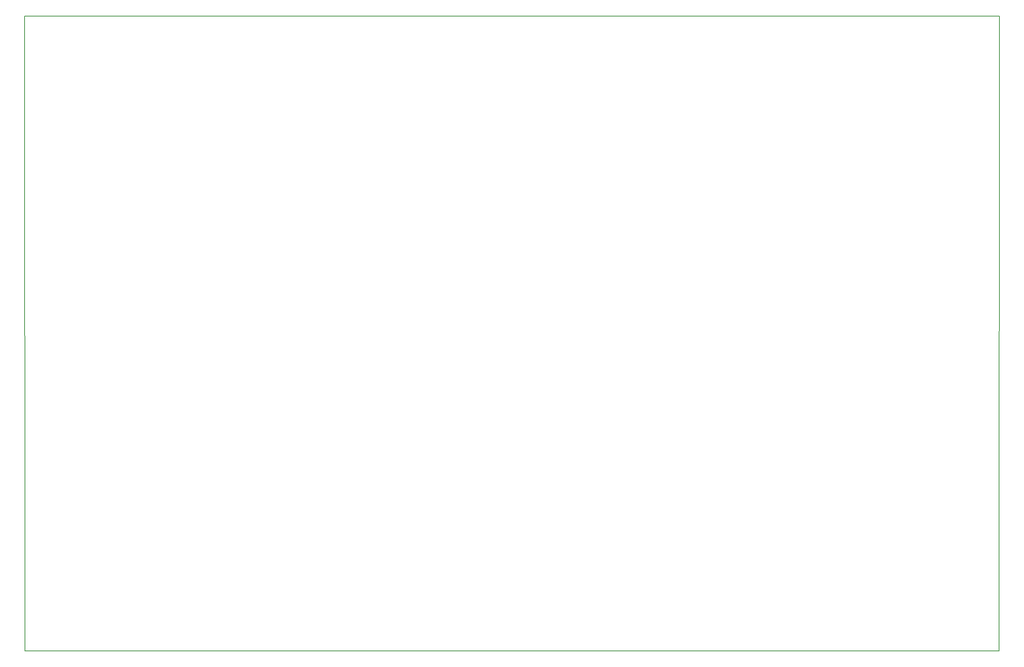
<source format=gbr>
G04 #@! TF.FileFunction,Profile,NP*
%FSLAX46Y46*%
G04 Gerber Fmt 4.6, Leading zero omitted, Abs format (unit mm)*
G04 Created by KiCad (PCBNEW 4.0.7) date 06/13/18 12:32:35*
%MOMM*%
%LPD*%
G01*
G04 APERTURE LIST*
%ADD10C,0.100000*%
%ADD11C,0.150000*%
G04 APERTURE END LIST*
D10*
D11*
X314900000Y-200000000D02*
X309900000Y-200000000D01*
X109900000Y-200000000D02*
X99970000Y-200000000D01*
X99960000Y-60005000D02*
X99970800Y-200005000D01*
X314960000Y-60000000D02*
X99960000Y-60005000D01*
X314910000Y-200000000D02*
X314960000Y-60000000D01*
X109900000Y-200000000D02*
X309900000Y-200000000D01*
M02*

</source>
